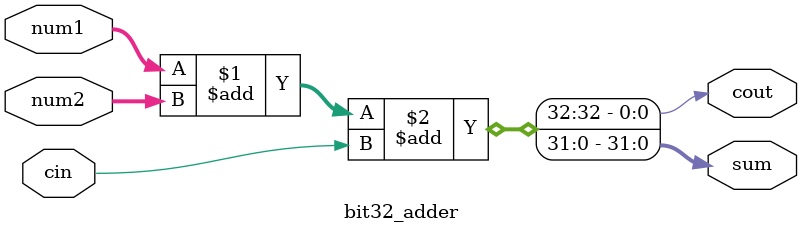
<source format=v>
module bit32_adder( sum,  cout,num1, num2,  cin );
    input [31:0] num1, num2;
    input cin;
    output cout;
    output [31:0] sum;
    assign {cout,sum} = num1+num2+cin;

endmodule

// module tb;
//     reg [31:0] n1;
//     reg [31:0] n2;
//     reg cin;

//     wire sum, cout;

//     bit32_adder a(sum,cout,n1,n2,cin);

//     initial begin
//         n1 = 32'b0;
//         n2 = 32'd10;
//         cin = 1'b1;
//         #5 $display("%b",cout," %b",sum);
//     end
</source>
